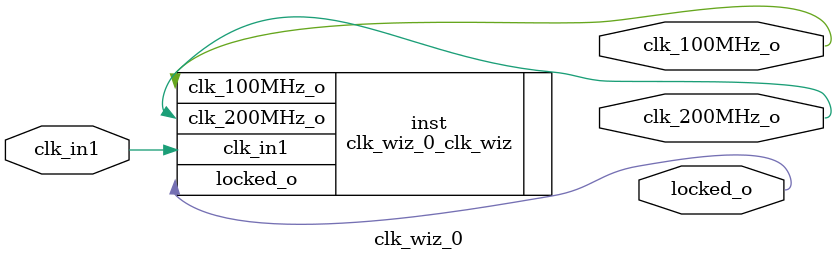
<source format=v>


`timescale 1ps/1ps

(* CORE_GENERATION_INFO = "clk_wiz_0,clk_wiz_v5_4_3_0,{component_name=clk_wiz_0,use_phase_alignment=true,use_min_o_jitter=false,use_max_i_jitter=false,use_dyn_phase_shift=false,use_inclk_switchover=false,use_dyn_reconfig=false,enable_axi=0,feedback_source=FDBK_AUTO,PRIMITIVE=MMCM,num_out_clk=2,clkin1_period=10.000,clkin2_period=10.000,use_power_down=false,use_reset=false,use_locked=true,use_inclk_stopped=false,feedback_type=SINGLE,CLOCK_MGR_TYPE=NA,manual_override=false}" *)

module clk_wiz_0 
 (
  // Clock out ports
  output        clk_100MHz_o,
  output        clk_200MHz_o,
  // Status and control signals
  output        locked_o,
 // Clock in ports
  input         clk_in1
 );

  clk_wiz_0_clk_wiz inst
  (
  // Clock out ports  
  .clk_100MHz_o(clk_100MHz_o),
  .clk_200MHz_o(clk_200MHz_o),
  // Status and control signals               
  .locked_o(locked_o),
 // Clock in ports
  .clk_in1(clk_in1)
  );

endmodule

</source>
